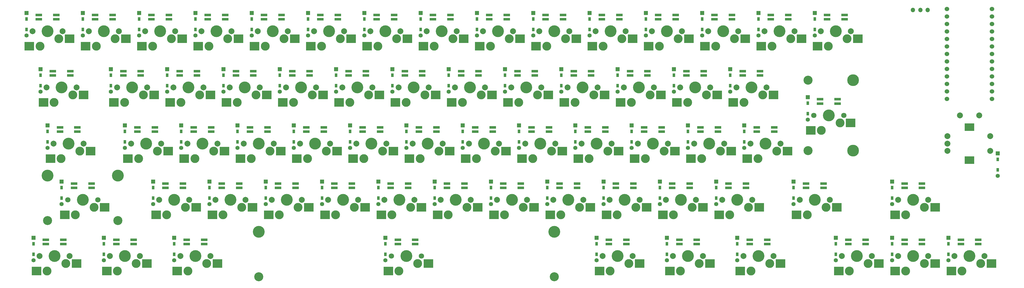
<source format=gbr>
G04 #@! TF.GenerationSoftware,KiCad,Pcbnew,(5.1.12)-1*
G04 #@! TF.CreationDate,2022-12-17T21:06:57+09:00*
G04 #@! TF.ProjectId,jtnk67,6a746e6b-3637-42e6-9b69-6361645f7063,rev?*
G04 #@! TF.SameCoordinates,Original*
G04 #@! TF.FileFunction,Soldermask,Bot*
G04 #@! TF.FilePolarity,Negative*
%FSLAX46Y46*%
G04 Gerber Fmt 4.6, Leading zero omitted, Abs format (unit mm)*
G04 Created by KiCad (PCBNEW (5.1.12)-1) date 2022-12-17 21:06:57*
%MOMM*%
%LPD*%
G01*
G04 APERTURE LIST*
%ADD10C,3.987800*%
%ADD11C,3.048000*%
%ADD12C,3.000000*%
%ADD13C,1.800000*%
%ADD14R,3.300000X3.000000*%
%ADD15C,4.000000*%
%ADD16C,3.050000*%
%ADD17C,1.524000*%
%ADD18C,2.000000*%
%ADD19R,3.200000X2.500000*%
%ADD20R,2.200000X0.820000*%
%ADD21O,1.500000X1.500000*%
%ADD22C,1.397000*%
%ADD23R,1.397000X1.397000*%
%ADD24R,0.950000X1.300000*%
G04 APERTURE END LIST*
D10*
X301149000Y-45212000D03*
D11*
X285909000Y-69088000D03*
D10*
X301149000Y-69088000D03*
D11*
X285909000Y-45212000D03*
D12*
X290354000Y-62230000D03*
D13*
X297974000Y-57150000D03*
X287814000Y-57150000D03*
D10*
X292894000Y-57150000D03*
X292894000Y-57150000D03*
D14*
X300294000Y-59690000D03*
D15*
X292894000Y-57150000D03*
D12*
X296704000Y-59690000D03*
D14*
X286794000Y-62230000D03*
D15*
X200029000Y-96535000D03*
X100009000Y-96535000D03*
D16*
X100009000Y-111775000D03*
X200029000Y-111775000D03*
D14*
X157419000Y-107315000D03*
D12*
X147479000Y-109855000D03*
D15*
X150019000Y-104775000D03*
D13*
X144939000Y-104775000D03*
X155099000Y-104775000D03*
D12*
X153829000Y-107315000D03*
D14*
X143919000Y-109855000D03*
D17*
X348082600Y-23622000D03*
X348082600Y-26162000D03*
X348082600Y-28702000D03*
X348082600Y-31242000D03*
X348082600Y-33782000D03*
X348082600Y-36322000D03*
X348082600Y-38862000D03*
X348082600Y-41402000D03*
X348082600Y-43942000D03*
X348082600Y-46482000D03*
X348082600Y-49022000D03*
X348082600Y-51562000D03*
X332862600Y-51562000D03*
X332862600Y-49022000D03*
X332862600Y-46482000D03*
X332862600Y-43942000D03*
X332862600Y-41402000D03*
X332862600Y-38862000D03*
X332862600Y-36322000D03*
X332862600Y-33782000D03*
X332862600Y-31242000D03*
X332862600Y-28702000D03*
X332862600Y-26162000D03*
X332862600Y-23622000D03*
X332862600Y-21082000D03*
X348082600Y-21082000D03*
D18*
X337269000Y-57150000D03*
X343769000Y-57150000D03*
X347519000Y-69175000D03*
X347519000Y-64175000D03*
D19*
X340519000Y-72275000D03*
X340519000Y-61075000D03*
D18*
X333019000Y-69175000D03*
X333019000Y-66675000D03*
X333019000Y-64175000D03*
D14*
X334369000Y-109895000D03*
D18*
X345599000Y-104775000D03*
X335439000Y-104775000D03*
D15*
X340519000Y-104775000D03*
D12*
X337979000Y-109855000D03*
X344329000Y-107315000D03*
D14*
X347969000Y-107355000D03*
X315319000Y-109895000D03*
D18*
X326549000Y-104775000D03*
X316389000Y-104775000D03*
D15*
X321469000Y-104775000D03*
D12*
X318929000Y-109855000D03*
X325279000Y-107315000D03*
D14*
X328919000Y-107355000D03*
X315319000Y-90845000D03*
D18*
X326549000Y-85725000D03*
X316389000Y-85725000D03*
D15*
X321469000Y-85725000D03*
D12*
X318929000Y-90805000D03*
X325279000Y-88265000D03*
D14*
X328919000Y-88305000D03*
X289125000Y-33695000D03*
D18*
X300355000Y-28575000D03*
X290195000Y-28575000D03*
D15*
X295275000Y-28575000D03*
D12*
X292735000Y-33655000D03*
X299085000Y-31115000D03*
D14*
X302725000Y-31155000D03*
X296269000Y-109895000D03*
D18*
X307499000Y-104775000D03*
X297339000Y-104775000D03*
D15*
X302419000Y-104775000D03*
D12*
X299879000Y-109855000D03*
X306229000Y-107315000D03*
D14*
X309869000Y-107355000D03*
X295581000Y-88305000D03*
D12*
X291941000Y-88265000D03*
X285591000Y-90805000D03*
D15*
X288131000Y-85725000D03*
D18*
X283051000Y-85725000D03*
X293211000Y-85725000D03*
D14*
X281981000Y-90845000D03*
X270075000Y-33695000D03*
D18*
X281305000Y-28575000D03*
X271145000Y-28575000D03*
D15*
X276225000Y-28575000D03*
D12*
X273685000Y-33655000D03*
X280035000Y-31115000D03*
D14*
X283675000Y-31155000D03*
X265312000Y-71795000D03*
D18*
X276542000Y-66675000D03*
X266382000Y-66675000D03*
D15*
X271462000Y-66675000D03*
D12*
X268922000Y-71755000D03*
X275272000Y-69215000D03*
D14*
X278912000Y-69255000D03*
X260550000Y-52745000D03*
D18*
X271780000Y-47625000D03*
X261620000Y-47625000D03*
D15*
X266700000Y-47625000D03*
D12*
X264160000Y-52705000D03*
X270510000Y-50165000D03*
D14*
X274150000Y-50205000D03*
X251025000Y-33695000D03*
D18*
X262255000Y-28575000D03*
X252095000Y-28575000D03*
D15*
X257175000Y-28575000D03*
D12*
X254635000Y-33655000D03*
X260985000Y-31115000D03*
D14*
X264625000Y-31155000D03*
X262931000Y-109895000D03*
D18*
X274161000Y-104775000D03*
X264001000Y-104775000D03*
D15*
X269081000Y-104775000D03*
D12*
X266541000Y-109855000D03*
X272891000Y-107315000D03*
D14*
X276531000Y-107355000D03*
X255788000Y-90845000D03*
D18*
X267018000Y-85725000D03*
X256858000Y-85725000D03*
D15*
X261938000Y-85725000D03*
D12*
X259398000Y-90805000D03*
X265748000Y-88265000D03*
D14*
X269388000Y-88305000D03*
X246262000Y-71795000D03*
D18*
X257492000Y-66675000D03*
X247332000Y-66675000D03*
D15*
X252412000Y-66675000D03*
D12*
X249872000Y-71755000D03*
X256222000Y-69215000D03*
D14*
X259862000Y-69255000D03*
X241500000Y-52745000D03*
D18*
X252730000Y-47625000D03*
X242570000Y-47625000D03*
D15*
X247650000Y-47625000D03*
D12*
X245110000Y-52705000D03*
X251460000Y-50165000D03*
D14*
X255100000Y-50205000D03*
X231975000Y-33695000D03*
D18*
X243205000Y-28575000D03*
X233045000Y-28575000D03*
D15*
X238125000Y-28575000D03*
D12*
X235585000Y-33655000D03*
X241935000Y-31115000D03*
D14*
X245575000Y-31155000D03*
X239119000Y-109895000D03*
D18*
X250349000Y-104775000D03*
X240189000Y-104775000D03*
D15*
X245269000Y-104775000D03*
D12*
X242729000Y-109855000D03*
X249079000Y-107315000D03*
D14*
X252719000Y-107355000D03*
X236738000Y-90845000D03*
D18*
X247968000Y-85725000D03*
X237808000Y-85725000D03*
D15*
X242888000Y-85725000D03*
D12*
X240348000Y-90805000D03*
X246698000Y-88265000D03*
D14*
X250338000Y-88305000D03*
X227212000Y-71795000D03*
D18*
X238442000Y-66675000D03*
X228282000Y-66675000D03*
D15*
X233362000Y-66675000D03*
D12*
X230822000Y-71755000D03*
X237172000Y-69215000D03*
D14*
X240812000Y-69255000D03*
X222450000Y-52745000D03*
D18*
X233680000Y-47625000D03*
X223520000Y-47625000D03*
D15*
X228600000Y-47625000D03*
D12*
X226060000Y-52705000D03*
X232410000Y-50165000D03*
D14*
X236050000Y-50205000D03*
X212925000Y-33695000D03*
D18*
X224155000Y-28575000D03*
X213995000Y-28575000D03*
D15*
X219075000Y-28575000D03*
D12*
X216535000Y-33655000D03*
X222885000Y-31115000D03*
D14*
X226525000Y-31155000D03*
X215306000Y-109895000D03*
D18*
X226536000Y-104775000D03*
X216376000Y-104775000D03*
D15*
X221456000Y-104775000D03*
D12*
X218916000Y-109855000D03*
X225266000Y-107315000D03*
D14*
X228906000Y-107355000D03*
X217688000Y-90845000D03*
D18*
X228918000Y-85725000D03*
X218758000Y-85725000D03*
D15*
X223838000Y-85725000D03*
D12*
X221298000Y-90805000D03*
X227648000Y-88265000D03*
D14*
X231288000Y-88305000D03*
X208162000Y-71795000D03*
D18*
X219392000Y-66675000D03*
X209232000Y-66675000D03*
D15*
X214312000Y-66675000D03*
D12*
X211772000Y-71755000D03*
X218122000Y-69215000D03*
D14*
X221762000Y-69255000D03*
X203400000Y-52745000D03*
D18*
X214630000Y-47625000D03*
X204470000Y-47625000D03*
D15*
X209550000Y-47625000D03*
D12*
X207010000Y-52705000D03*
X213360000Y-50165000D03*
D14*
X217000000Y-50205000D03*
X193875000Y-33695000D03*
D18*
X205105000Y-28575000D03*
X194945000Y-28575000D03*
D15*
X200025000Y-28575000D03*
D12*
X197485000Y-33655000D03*
X203835000Y-31115000D03*
D14*
X207475000Y-31155000D03*
X198638000Y-90845000D03*
D18*
X209868000Y-85725000D03*
X199708000Y-85725000D03*
D15*
X204788000Y-85725000D03*
D12*
X202248000Y-90805000D03*
X208598000Y-88265000D03*
D14*
X212238000Y-88305000D03*
X189112000Y-71795000D03*
D18*
X200342000Y-66675000D03*
X190182000Y-66675000D03*
D15*
X195262000Y-66675000D03*
D12*
X192722000Y-71755000D03*
X199072000Y-69215000D03*
D14*
X202712000Y-69255000D03*
X184350000Y-52745000D03*
D18*
X195580000Y-47625000D03*
X185420000Y-47625000D03*
D15*
X190500000Y-47625000D03*
D12*
X187960000Y-52705000D03*
X194310000Y-50165000D03*
D14*
X197950000Y-50205000D03*
X174825000Y-33695000D03*
D18*
X186055000Y-28575000D03*
X175895000Y-28575000D03*
D15*
X180975000Y-28575000D03*
D12*
X178435000Y-33655000D03*
X184785000Y-31115000D03*
D14*
X188425000Y-31155000D03*
X179588000Y-90845000D03*
D18*
X190818000Y-85725000D03*
X180658000Y-85725000D03*
D15*
X185738000Y-85725000D03*
D12*
X183198000Y-90805000D03*
X189548000Y-88265000D03*
D14*
X193188000Y-88305000D03*
X170062000Y-71795000D03*
D18*
X181292000Y-66675000D03*
X171132000Y-66675000D03*
D15*
X176212000Y-66675000D03*
D12*
X173672000Y-71755000D03*
X180022000Y-69215000D03*
D14*
X183662000Y-69255000D03*
X165300000Y-52745000D03*
D18*
X176530000Y-47625000D03*
X166370000Y-47625000D03*
D15*
X171450000Y-47625000D03*
D12*
X168910000Y-52705000D03*
X175260000Y-50165000D03*
D14*
X178900000Y-50205000D03*
X155775000Y-33695000D03*
D18*
X167005000Y-28575000D03*
X156845000Y-28575000D03*
D15*
X161925000Y-28575000D03*
D12*
X159385000Y-33655000D03*
X165735000Y-31115000D03*
D14*
X169375000Y-31155000D03*
X160538000Y-90845000D03*
D18*
X171768000Y-85725000D03*
X161608000Y-85725000D03*
D15*
X166688000Y-85725000D03*
D12*
X164148000Y-90805000D03*
X170498000Y-88265000D03*
D14*
X174138000Y-88305000D03*
X151012000Y-71795000D03*
D18*
X162242000Y-66675000D03*
X152082000Y-66675000D03*
D15*
X157162000Y-66675000D03*
D12*
X154622000Y-71755000D03*
X160972000Y-69215000D03*
D14*
X164612000Y-69255000D03*
X146250000Y-52745000D03*
D18*
X157480000Y-47625000D03*
X147320000Y-47625000D03*
D15*
X152400000Y-47625000D03*
D12*
X149860000Y-52705000D03*
X156210000Y-50165000D03*
D14*
X159850000Y-50205000D03*
X136725000Y-33695000D03*
D18*
X147955000Y-28575000D03*
X137795000Y-28575000D03*
D15*
X142875000Y-28575000D03*
D12*
X140335000Y-33655000D03*
X146685000Y-31115000D03*
D14*
X150325000Y-31155000D03*
X141488000Y-90845000D03*
D18*
X152718000Y-85725000D03*
X142558000Y-85725000D03*
D15*
X147638000Y-85725000D03*
D12*
X145098000Y-90805000D03*
X151448000Y-88265000D03*
D14*
X155088000Y-88305000D03*
X131962000Y-71795000D03*
D18*
X143192000Y-66675000D03*
X133032000Y-66675000D03*
D15*
X138112000Y-66675000D03*
D12*
X135572000Y-71755000D03*
X141922000Y-69215000D03*
D14*
X145562000Y-69255000D03*
X127200000Y-52745000D03*
D18*
X138430000Y-47625000D03*
X128270000Y-47625000D03*
D15*
X133350000Y-47625000D03*
D12*
X130810000Y-52705000D03*
X137160000Y-50165000D03*
D14*
X140800000Y-50205000D03*
X117675000Y-33695000D03*
D18*
X128905000Y-28575000D03*
X118745000Y-28575000D03*
D15*
X123825000Y-28575000D03*
D12*
X121285000Y-33655000D03*
X127635000Y-31115000D03*
D14*
X131275000Y-31155000D03*
X122438000Y-90845000D03*
D18*
X133668000Y-85725000D03*
X123508000Y-85725000D03*
D15*
X128588000Y-85725000D03*
D12*
X126048000Y-90805000D03*
X132398000Y-88265000D03*
D14*
X136038000Y-88305000D03*
X112912000Y-71795000D03*
D18*
X124142000Y-66675000D03*
X113982000Y-66675000D03*
D15*
X119062000Y-66675000D03*
D12*
X116522000Y-71755000D03*
X122872000Y-69215000D03*
D14*
X126512000Y-69255000D03*
X108150000Y-52745000D03*
D18*
X119380000Y-47625000D03*
X109220000Y-47625000D03*
D15*
X114300000Y-47625000D03*
D12*
X111760000Y-52705000D03*
X118110000Y-50165000D03*
D14*
X121750000Y-50205000D03*
X98625000Y-33695000D03*
D18*
X109855000Y-28575000D03*
X99695000Y-28575000D03*
D15*
X104775000Y-28575000D03*
D12*
X102235000Y-33655000D03*
X108585000Y-31115000D03*
D14*
X112225000Y-31155000D03*
X103388000Y-90845000D03*
D18*
X114618000Y-85725000D03*
X104458000Y-85725000D03*
D15*
X109538000Y-85725000D03*
D12*
X106998000Y-90805000D03*
X113348000Y-88265000D03*
D14*
X116988000Y-88305000D03*
X93862000Y-71795000D03*
D18*
X105092000Y-66675000D03*
X94932000Y-66675000D03*
D15*
X100012000Y-66675000D03*
D12*
X97472000Y-71755000D03*
X103822000Y-69215000D03*
D14*
X107462000Y-69255000D03*
X89100000Y-52745000D03*
D18*
X100330000Y-47625000D03*
X90170000Y-47625000D03*
D15*
X95250000Y-47625000D03*
D12*
X92710000Y-52705000D03*
X99060000Y-50165000D03*
D14*
X102700000Y-50205000D03*
X79575000Y-33695000D03*
D18*
X90805000Y-28575000D03*
X80645000Y-28575000D03*
D15*
X85725000Y-28575000D03*
D12*
X83185000Y-33655000D03*
X89535000Y-31115000D03*
D14*
X93175000Y-31155000D03*
X72431200Y-109895000D03*
D18*
X83661200Y-104775000D03*
X73501200Y-104775000D03*
D15*
X78581200Y-104775000D03*
D12*
X76041200Y-109855000D03*
X82391200Y-107315000D03*
D14*
X86031200Y-107355000D03*
X84337500Y-90845000D03*
D18*
X95567500Y-85725000D03*
X85407500Y-85725000D03*
D15*
X90487500Y-85725000D03*
D12*
X87947500Y-90805000D03*
X94297500Y-88265000D03*
D14*
X97937500Y-88305000D03*
X74812500Y-71795000D03*
D18*
X86042500Y-66675000D03*
X75882500Y-66675000D03*
D15*
X80962500Y-66675000D03*
D12*
X78422500Y-71755000D03*
X84772500Y-69215000D03*
D14*
X88412500Y-69255000D03*
X70050000Y-52745000D03*
D18*
X81280000Y-47625000D03*
X71120000Y-47625000D03*
D15*
X76200000Y-47625000D03*
D12*
X73660000Y-52705000D03*
X80010000Y-50165000D03*
D14*
X83650000Y-50205000D03*
X60525000Y-33695000D03*
D18*
X71755000Y-28575000D03*
X61595000Y-28575000D03*
D15*
X66675000Y-28575000D03*
D12*
X64135000Y-33655000D03*
X70485000Y-31115000D03*
D14*
X74125000Y-31155000D03*
X48618800Y-109895000D03*
D18*
X59848800Y-104775000D03*
X49688800Y-104775000D03*
D15*
X54768800Y-104775000D03*
D12*
X52228800Y-109855000D03*
X58578800Y-107315000D03*
D14*
X62218800Y-107355000D03*
X65287500Y-90845000D03*
D18*
X76517500Y-85725000D03*
X66357500Y-85725000D03*
D15*
X71437500Y-85725000D03*
D12*
X68897500Y-90805000D03*
X75247500Y-88265000D03*
D14*
X78887500Y-88305000D03*
X55762500Y-71795000D03*
D18*
X66992500Y-66675000D03*
X56832500Y-66675000D03*
D15*
X61912500Y-66675000D03*
D12*
X59372500Y-71755000D03*
X65722500Y-69215000D03*
D14*
X69362500Y-69255000D03*
X51000000Y-52745000D03*
D18*
X62230000Y-47625000D03*
X52070000Y-47625000D03*
D15*
X57150000Y-47625000D03*
D12*
X54610000Y-52705000D03*
X60960000Y-50165000D03*
D14*
X64600000Y-50205000D03*
X41475000Y-33695000D03*
D18*
X52705000Y-28575000D03*
X42545000Y-28575000D03*
D15*
X47625000Y-28575000D03*
D12*
X45085000Y-33655000D03*
X51435000Y-31115000D03*
D14*
X55075000Y-31155000D03*
X24806200Y-109895000D03*
D18*
X36036200Y-104775000D03*
X25876200Y-104775000D03*
D15*
X30956200Y-104775000D03*
D12*
X28416200Y-109855000D03*
X34766200Y-107315000D03*
D14*
X38406200Y-107355000D03*
X34381200Y-90805000D03*
D12*
X44291200Y-88265000D03*
D13*
X45561200Y-85725000D03*
X35401200Y-85725000D03*
D15*
X40481200Y-85725000D03*
D12*
X37941200Y-90805000D03*
D14*
X47881200Y-88265000D03*
D16*
X52381200Y-92725000D03*
X28581200Y-92725000D03*
D15*
X28581200Y-77485000D03*
X52381200Y-77485000D03*
D14*
X43168800Y-69255000D03*
D12*
X39528800Y-69215000D03*
X33178800Y-71755000D03*
D15*
X35718800Y-66675000D03*
D18*
X30638800Y-66675000D03*
X40798800Y-66675000D03*
D14*
X29568800Y-71795000D03*
X40787500Y-50205000D03*
D12*
X37147500Y-50165000D03*
X30797500Y-52705000D03*
D15*
X33337500Y-47625000D03*
D18*
X28257500Y-47625000D03*
X38417500Y-47625000D03*
D14*
X27187500Y-52745000D03*
X22425000Y-33695000D03*
D18*
X33655000Y-28575000D03*
X23495000Y-28575000D03*
D15*
X28575000Y-28575000D03*
D12*
X26035000Y-33655000D03*
X32385000Y-31115000D03*
D14*
X36025000Y-31155000D03*
D20*
X28006200Y-100762000D03*
X28006200Y-99262000D03*
X33906200Y-99262000D03*
X33906200Y-100762000D03*
X51818800Y-100762000D03*
X51818800Y-99262000D03*
X57718800Y-99262000D03*
X57718800Y-100762000D03*
X37531200Y-81712500D03*
X37531200Y-80212500D03*
X43431200Y-80212500D03*
X43431200Y-81712500D03*
X32768800Y-62662500D03*
X32768800Y-61162500D03*
X38668800Y-61162500D03*
X38668800Y-62662500D03*
X30387500Y-43612500D03*
X30387500Y-42112500D03*
X36287500Y-42112500D03*
X36287500Y-43612500D03*
X25625000Y-24562500D03*
X25625000Y-23062500D03*
X31525000Y-23062500D03*
X31525000Y-24562500D03*
X44675000Y-24562500D03*
X44675000Y-23062500D03*
X50575000Y-23062500D03*
X50575000Y-24562500D03*
X54200000Y-43612500D03*
X54200000Y-42112500D03*
X60100000Y-42112500D03*
X60100000Y-43612500D03*
X58962500Y-62662500D03*
X58962500Y-61162500D03*
X64862500Y-61162500D03*
X64862500Y-62662500D03*
X68487500Y-81712500D03*
X68487500Y-80212500D03*
X74387500Y-80212500D03*
X74387500Y-81712500D03*
X75631200Y-100762000D03*
X75631200Y-99262000D03*
X81531200Y-99262000D03*
X81531200Y-100762000D03*
X87537500Y-81712500D03*
X87537500Y-80212500D03*
X93437500Y-80212500D03*
X93437500Y-81712500D03*
X78012500Y-62662500D03*
X78012500Y-61162500D03*
X83912500Y-61162500D03*
X83912500Y-62662500D03*
X73250000Y-43612500D03*
X73250000Y-42112500D03*
X79150000Y-42112500D03*
X79150000Y-43612500D03*
X63725000Y-24562500D03*
X63725000Y-23062500D03*
X69625000Y-23062500D03*
X69625000Y-24562500D03*
X82775000Y-24562500D03*
X82775000Y-23062500D03*
X88675000Y-23062500D03*
X88675000Y-24562500D03*
X92300000Y-43612500D03*
X92300000Y-42112500D03*
X98200000Y-42112500D03*
X98200000Y-43612500D03*
X97062000Y-62662500D03*
X97062000Y-61162500D03*
X102962000Y-61162500D03*
X102962000Y-62662500D03*
X106588000Y-81712500D03*
X106588000Y-80212500D03*
X112488000Y-80212500D03*
X112488000Y-81712500D03*
X125638000Y-81712500D03*
X125638000Y-80212500D03*
X131538000Y-80212500D03*
X131538000Y-81712500D03*
X116112000Y-62662500D03*
X116112000Y-61162500D03*
X122012000Y-61162500D03*
X122012000Y-62662500D03*
X111350000Y-43612500D03*
X111350000Y-42112500D03*
X117250000Y-42112500D03*
X117250000Y-43612500D03*
X101825000Y-24562500D03*
X101825000Y-23062500D03*
X107725000Y-23062500D03*
X107725000Y-24562500D03*
X120875000Y-24562500D03*
X120875000Y-23062500D03*
X126775000Y-23062500D03*
X126775000Y-24562500D03*
X130400000Y-43612500D03*
X130400000Y-42112500D03*
X136300000Y-42112500D03*
X136300000Y-43612500D03*
X135162000Y-62662500D03*
X135162000Y-61162500D03*
X141062000Y-61162500D03*
X141062000Y-62662500D03*
X144688000Y-81712500D03*
X144688000Y-80212500D03*
X150588000Y-80212500D03*
X150588000Y-81712500D03*
X147069000Y-100762000D03*
X147069000Y-99262000D03*
X152969000Y-99262000D03*
X152969000Y-100762000D03*
X163738000Y-81712500D03*
X163738000Y-80212500D03*
X169638000Y-80212500D03*
X169638000Y-81712500D03*
X154212000Y-62662500D03*
X154212000Y-61162500D03*
X160112000Y-61162500D03*
X160112000Y-62662500D03*
X149450000Y-43612500D03*
X149450000Y-42112500D03*
X155350000Y-42112500D03*
X155350000Y-43612500D03*
X139925000Y-24562500D03*
X139925000Y-23062500D03*
X145825000Y-23062500D03*
X145825000Y-24562500D03*
X158975000Y-24562500D03*
X158975000Y-23062500D03*
X164875000Y-23062500D03*
X164875000Y-24562500D03*
X168500000Y-43612500D03*
X168500000Y-42112500D03*
X174400000Y-42112500D03*
X174400000Y-43612500D03*
X173262000Y-62662500D03*
X173262000Y-61162500D03*
X179162000Y-61162500D03*
X179162000Y-62662500D03*
X182788000Y-81712500D03*
X182788000Y-80212500D03*
X188688000Y-80212500D03*
X188688000Y-81712500D03*
X192312000Y-62662500D03*
X192312000Y-61162500D03*
X198212000Y-61162500D03*
X198212000Y-62662500D03*
X187550000Y-43612500D03*
X187550000Y-42112500D03*
X193450000Y-42112500D03*
X193450000Y-43612500D03*
X178025000Y-24562500D03*
X178025000Y-23062500D03*
X183925000Y-23062500D03*
X183925000Y-24562500D03*
X197075000Y-24562500D03*
X197075000Y-23062500D03*
X202975000Y-23062500D03*
X202975000Y-24562500D03*
X206600000Y-43612500D03*
X206600000Y-42112500D03*
X212500000Y-42112500D03*
X212500000Y-43612500D03*
X211362000Y-62662500D03*
X211362000Y-61162500D03*
X217262000Y-61162500D03*
X217262000Y-62662500D03*
X201838000Y-81712500D03*
X201838000Y-80212500D03*
X207738000Y-80212500D03*
X207738000Y-81712500D03*
X218506000Y-100762000D03*
X218506000Y-99262000D03*
X224406000Y-99262000D03*
X224406000Y-100762000D03*
X220888000Y-81712500D03*
X220888000Y-80212500D03*
X226788000Y-80212500D03*
X226788000Y-81712500D03*
X230412000Y-62662500D03*
X230412000Y-61162500D03*
X236312000Y-61162500D03*
X236312000Y-62662500D03*
X225650000Y-43612500D03*
X225650000Y-42112500D03*
X231550000Y-42112500D03*
X231550000Y-43612500D03*
X216125000Y-24562500D03*
X216125000Y-23062500D03*
X222025000Y-23062500D03*
X222025000Y-24562500D03*
X235175000Y-24562500D03*
X235175000Y-23062500D03*
X241075000Y-23062500D03*
X241075000Y-24562500D03*
X254225000Y-24562500D03*
X254225000Y-23062500D03*
X260125000Y-23062500D03*
X260125000Y-24562500D03*
X244700000Y-43612500D03*
X244700000Y-42112500D03*
X250600000Y-42112500D03*
X250600000Y-43612500D03*
X249462000Y-62662500D03*
X249462000Y-61162500D03*
X255362000Y-61162500D03*
X255362000Y-62662500D03*
X239938000Y-81712500D03*
X239938000Y-80212500D03*
X245838000Y-80212500D03*
X245838000Y-81712500D03*
X242319000Y-100762000D03*
X242319000Y-99262000D03*
X248219000Y-99262000D03*
X248219000Y-100762000D03*
X266131000Y-100762000D03*
X266131000Y-99262000D03*
X272031000Y-99262000D03*
X272031000Y-100762000D03*
X258988000Y-81712500D03*
X258988000Y-80212500D03*
X264888000Y-80212500D03*
X264888000Y-81712500D03*
X268512000Y-62662500D03*
X268512000Y-61162500D03*
X274412000Y-61162500D03*
X274412000Y-62662500D03*
X263750000Y-43612500D03*
X263750000Y-42112500D03*
X269650000Y-42112500D03*
X269650000Y-43612500D03*
X273275000Y-24562500D03*
X273275000Y-23062500D03*
X279175000Y-23062500D03*
X279175000Y-24562500D03*
X292325000Y-24562500D03*
X292325000Y-23062500D03*
X298225000Y-23062500D03*
X298225000Y-24562500D03*
X289944000Y-53137500D03*
X289944000Y-51637500D03*
X295844000Y-51637500D03*
X295844000Y-53137500D03*
X285181000Y-81712500D03*
X285181000Y-80212500D03*
X291081000Y-80212500D03*
X291081000Y-81712500D03*
X299469000Y-100762000D03*
X299469000Y-99262000D03*
X305369000Y-99262000D03*
X305369000Y-100762000D03*
X318519000Y-81712500D03*
X318519000Y-80212500D03*
X324419000Y-80212500D03*
X324419000Y-81712500D03*
X318519000Y-100762000D03*
X318519000Y-99262000D03*
X324419000Y-99262000D03*
X324419000Y-100762000D03*
X337569000Y-100762000D03*
X337569000Y-99262000D03*
X343469000Y-99262000D03*
X343469000Y-100762000D03*
D21*
X321350000Y-21431200D03*
X323850000Y-21431200D03*
X326350000Y-21431200D03*
D22*
X333375000Y-106204000D03*
D23*
X333375000Y-98584000D03*
D24*
X333375000Y-100619000D03*
X333375000Y-104169000D03*
D22*
X350044000Y-77628800D03*
D23*
X350044000Y-70008800D03*
D24*
X350044000Y-72043800D03*
X350044000Y-75593800D03*
D22*
X314325000Y-106204000D03*
D23*
X314325000Y-98584000D03*
D24*
X314325000Y-100619000D03*
X314325000Y-104169000D03*
D22*
X314325000Y-87153800D03*
D23*
X314325000Y-79533800D03*
D24*
X314325000Y-81568800D03*
X314325000Y-85118800D03*
D22*
X288131000Y-30003800D03*
D23*
X288131000Y-22383800D03*
D24*
X288131000Y-24418800D03*
X288131000Y-27968800D03*
D22*
X295275000Y-106204000D03*
D23*
X295275000Y-98584000D03*
D24*
X295275000Y-100619000D03*
X295275000Y-104169000D03*
D22*
X280988000Y-87153800D03*
D23*
X280988000Y-79533800D03*
D24*
X280988000Y-81568800D03*
X280988000Y-85118800D03*
D22*
X285750000Y-58578800D03*
D23*
X285750000Y-50958800D03*
D24*
X285750000Y-52993800D03*
X285750000Y-56543800D03*
D22*
X269081000Y-30003800D03*
D23*
X269081000Y-22383800D03*
D24*
X269081000Y-24418800D03*
X269081000Y-27968800D03*
D22*
X264319000Y-68103800D03*
D23*
X264319000Y-60483800D03*
D24*
X264319000Y-62518800D03*
X264319000Y-66068800D03*
D22*
X259556000Y-49053800D03*
D23*
X259556000Y-41433800D03*
D24*
X259556000Y-43468800D03*
X259556000Y-47018800D03*
D22*
X250031000Y-30003800D03*
D23*
X250031000Y-22383800D03*
D24*
X250031000Y-24418800D03*
X250031000Y-27968800D03*
D22*
X261938000Y-106204000D03*
D23*
X261938000Y-98584000D03*
D24*
X261938000Y-100619000D03*
X261938000Y-104169000D03*
D22*
X254794000Y-87153800D03*
D23*
X254794000Y-79533800D03*
D24*
X254794000Y-81568800D03*
X254794000Y-85118800D03*
D22*
X245269000Y-68103800D03*
D23*
X245269000Y-60483800D03*
D24*
X245269000Y-62518800D03*
X245269000Y-66068800D03*
D22*
X240506000Y-49053800D03*
D23*
X240506000Y-41433800D03*
D24*
X240506000Y-43468800D03*
X240506000Y-47018800D03*
D22*
X230981000Y-30003800D03*
D23*
X230981000Y-22383800D03*
D24*
X230981000Y-24418800D03*
X230981000Y-27968800D03*
D22*
X238125000Y-106204000D03*
D23*
X238125000Y-98584000D03*
D24*
X238125000Y-100619000D03*
X238125000Y-104169000D03*
D22*
X235744000Y-87153800D03*
D23*
X235744000Y-79533800D03*
D24*
X235744000Y-81568800D03*
X235744000Y-85118800D03*
D22*
X226219000Y-68103800D03*
D23*
X226219000Y-60483800D03*
D24*
X226219000Y-62518800D03*
X226219000Y-66068800D03*
D22*
X221456000Y-49053800D03*
D23*
X221456000Y-41433800D03*
D24*
X221456000Y-43468800D03*
X221456000Y-47018800D03*
D22*
X211931000Y-30003800D03*
D23*
X211931000Y-22383800D03*
D24*
X211931000Y-24418800D03*
X211931000Y-27968800D03*
D22*
X214312000Y-106204000D03*
D23*
X214312000Y-98584000D03*
D24*
X214312000Y-100619000D03*
X214312000Y-104169000D03*
D22*
X216694000Y-87153800D03*
D23*
X216694000Y-79533800D03*
D24*
X216694000Y-81568800D03*
X216694000Y-85118800D03*
D22*
X207169000Y-68103800D03*
D23*
X207169000Y-60483800D03*
D24*
X207169000Y-62518800D03*
X207169000Y-66068800D03*
D22*
X202406000Y-49053800D03*
D23*
X202406000Y-41433800D03*
D24*
X202406000Y-43468800D03*
X202406000Y-47018800D03*
D22*
X192881000Y-30003800D03*
D23*
X192881000Y-22383800D03*
D24*
X192881000Y-24418800D03*
X192881000Y-27968800D03*
D22*
X197644000Y-87153800D03*
D23*
X197644000Y-79533800D03*
D24*
X197644000Y-81568800D03*
X197644000Y-85118800D03*
D22*
X188119000Y-68103800D03*
D23*
X188119000Y-60483800D03*
D24*
X188119000Y-62518800D03*
X188119000Y-66068800D03*
D22*
X183356000Y-49053800D03*
D23*
X183356000Y-41433800D03*
D24*
X183356000Y-43468800D03*
X183356000Y-47018800D03*
D22*
X173831000Y-30003800D03*
D23*
X173831000Y-22383800D03*
D24*
X173831000Y-24418800D03*
X173831000Y-27968800D03*
D22*
X178594000Y-87153800D03*
D23*
X178594000Y-79533800D03*
D24*
X178594000Y-81568800D03*
X178594000Y-85118800D03*
D22*
X169069000Y-68103800D03*
D23*
X169069000Y-60483800D03*
D24*
X169069000Y-62518800D03*
X169069000Y-66068800D03*
D22*
X164306000Y-49053800D03*
D23*
X164306000Y-41433800D03*
D24*
X164306000Y-43468800D03*
X164306000Y-47018800D03*
D22*
X154781000Y-30003800D03*
D23*
X154781000Y-22383800D03*
D24*
X154781000Y-24418800D03*
X154781000Y-27968800D03*
D22*
X159544000Y-87153800D03*
D23*
X159544000Y-79533800D03*
D24*
X159544000Y-81568800D03*
X159544000Y-85118800D03*
D22*
X150019000Y-68103800D03*
D23*
X150019000Y-60483800D03*
D24*
X150019000Y-62518800D03*
X150019000Y-66068800D03*
D22*
X145256000Y-49053800D03*
D23*
X145256000Y-41433800D03*
D24*
X145256000Y-43468800D03*
X145256000Y-47018800D03*
D22*
X135731000Y-30003800D03*
D23*
X135731000Y-22383800D03*
D24*
X135731000Y-24418800D03*
X135731000Y-27968800D03*
D22*
X140494000Y-87153800D03*
D23*
X140494000Y-79533800D03*
D24*
X140494000Y-81568800D03*
X140494000Y-85118800D03*
D22*
X130969000Y-68103800D03*
D23*
X130969000Y-60483800D03*
D24*
X130969000Y-62518800D03*
X130969000Y-66068800D03*
D22*
X126206000Y-49053800D03*
D23*
X126206000Y-41433800D03*
D24*
X126206000Y-43468800D03*
X126206000Y-47018800D03*
D22*
X116681000Y-30003800D03*
D23*
X116681000Y-22383800D03*
D24*
X116681000Y-24418800D03*
X116681000Y-27968800D03*
D22*
X121444000Y-87153800D03*
D23*
X121444000Y-79533800D03*
D24*
X121444000Y-81568800D03*
X121444000Y-85118800D03*
D22*
X111919000Y-68103800D03*
D23*
X111919000Y-60483800D03*
D24*
X111919000Y-62518800D03*
X111919000Y-66068800D03*
D22*
X107156000Y-49053800D03*
D23*
X107156000Y-41433800D03*
D24*
X107156000Y-43468800D03*
X107156000Y-47018800D03*
D22*
X97631200Y-30003800D03*
D23*
X97631200Y-22383800D03*
D24*
X97631200Y-24418800D03*
X97631200Y-27968800D03*
D22*
X142875000Y-106204000D03*
D23*
X142875000Y-98584000D03*
D24*
X142875000Y-100619000D03*
X142875000Y-104169000D03*
D22*
X102394000Y-87153800D03*
D23*
X102394000Y-79533800D03*
D24*
X102394000Y-81568800D03*
X102394000Y-85118800D03*
D22*
X92868800Y-68103800D03*
D23*
X92868800Y-60483800D03*
D24*
X92868800Y-62518800D03*
X92868800Y-66068800D03*
D22*
X88106200Y-49053800D03*
D23*
X88106200Y-41433800D03*
D24*
X88106200Y-43468800D03*
X88106200Y-47018800D03*
D22*
X78581200Y-30003800D03*
D23*
X78581200Y-22383800D03*
D24*
X78581200Y-24418800D03*
X78581200Y-27968800D03*
D22*
X71437500Y-106204000D03*
D23*
X71437500Y-98584000D03*
D24*
X71437500Y-100619000D03*
X71437500Y-104169000D03*
D22*
X83343800Y-87153800D03*
D23*
X83343800Y-79533800D03*
D24*
X83343800Y-81568800D03*
X83343800Y-85118800D03*
D22*
X73818800Y-68103800D03*
D23*
X73818800Y-60483800D03*
D24*
X73818800Y-62518800D03*
X73818800Y-66068800D03*
D22*
X69056200Y-49053800D03*
D23*
X69056200Y-41433800D03*
D24*
X69056200Y-43468800D03*
X69056200Y-47018800D03*
D22*
X59531200Y-30003800D03*
D23*
X59531200Y-22383800D03*
D24*
X59531200Y-24418800D03*
X59531200Y-27968800D03*
D22*
X47625000Y-106204000D03*
D23*
X47625000Y-98584000D03*
D24*
X47625000Y-100619000D03*
X47625000Y-104169000D03*
D22*
X64293800Y-87153800D03*
D23*
X64293800Y-79533800D03*
D24*
X64293800Y-81568800D03*
X64293800Y-85118800D03*
D22*
X54768800Y-68103800D03*
D23*
X54768800Y-60483800D03*
D24*
X54768800Y-62518800D03*
X54768800Y-66068800D03*
D22*
X50006200Y-49053800D03*
D23*
X50006200Y-41433800D03*
D24*
X50006200Y-43468800D03*
X50006200Y-47018800D03*
D22*
X40481200Y-30003800D03*
D23*
X40481200Y-22383800D03*
D24*
X40481200Y-24418800D03*
X40481200Y-27968800D03*
D22*
X23812500Y-106204000D03*
D23*
X23812500Y-98584000D03*
D24*
X23812500Y-100619000D03*
X23812500Y-104169000D03*
D22*
X33337500Y-87153800D03*
D23*
X33337500Y-79533800D03*
D24*
X33337500Y-81568800D03*
X33337500Y-85118800D03*
D22*
X28575000Y-68103800D03*
D23*
X28575000Y-60483800D03*
D24*
X28575000Y-62518800D03*
X28575000Y-66068800D03*
D22*
X26193800Y-49053800D03*
D23*
X26193800Y-41433800D03*
D24*
X26193800Y-43468800D03*
X26193800Y-47018800D03*
D22*
X21431200Y-30003800D03*
D23*
X21431200Y-22383800D03*
D24*
X21431200Y-24418800D03*
X21431200Y-27968800D03*
M02*

</source>
